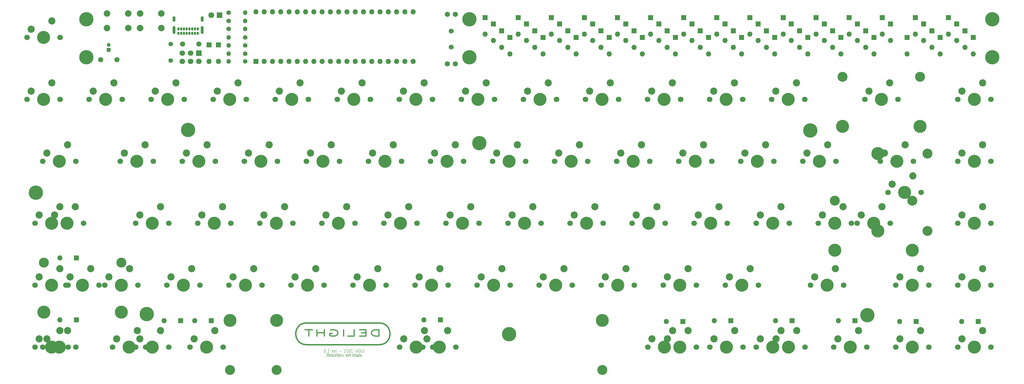
<source format=gbs>
G04 #@! TF.GenerationSoftware,KiCad,Pcbnew,(5.1.9)-1*
G04 #@! TF.CreationDate,2021-07-01T11:49:59-04:00*
G04 #@! TF.ProjectId,delight-pcb,64656c69-6768-4742-9d70-63622e6b6963,rev?*
G04 #@! TF.SameCoordinates,Original*
G04 #@! TF.FileFunction,Soldermask,Bot*
G04 #@! TF.FilePolarity,Negative*
%FSLAX46Y46*%
G04 Gerber Fmt 4.6, Leading zero omitted, Abs format (unit mm)*
G04 Created by KiCad (PCBNEW (5.1.9)-1) date 2021-07-01 11:49:59*
%MOMM*%
%LPD*%
G01*
G04 APERTURE LIST*
%ADD10C,0.125000*%
%ADD11C,0.350000*%
%ADD12C,0.400000*%
%ADD13C,4.400000*%
%ADD14O,1.600000X1.600000*%
%ADD15R,1.600000X1.600000*%
%ADD16C,1.700000*%
%ADD17C,4.000000*%
%ADD18C,2.200000*%
%ADD19C,1.500000*%
%ADD20R,1.800000X1.800000*%
%ADD21C,1.800000*%
%ADD22C,1.600000*%
%ADD23C,1.200000*%
%ADD24R,1.200000X1.200000*%
%ADD25C,3.050000*%
%ADD26C,1.400000*%
%ADD27O,1.400000X1.400000*%
%ADD28R,1.700000X1.700000*%
%ADD29O,0.900000X1.700000*%
%ADD30O,0.900000X2.400000*%
%ADD31O,0.650000X1.000000*%
%ADD32C,2.000000*%
%ADD33C,3.048000*%
%ADD34C,3.987800*%
G04 APERTURE END LIST*
D10*
X160683758Y-173858180D02*
X160683758Y-173334371D01*
X160707568Y-173239133D01*
X160755187Y-173191514D01*
X160850425Y-173191514D01*
X160898044Y-173239133D01*
X160683758Y-173810561D02*
X160731377Y-173858180D01*
X160850425Y-173858180D01*
X160898044Y-173810561D01*
X160921854Y-173715323D01*
X160921854Y-173620085D01*
X160898044Y-173524847D01*
X160850425Y-173477228D01*
X160731377Y-173477228D01*
X160683758Y-173429609D01*
X160231377Y-173858180D02*
X160231377Y-172858180D01*
X160231377Y-173810561D02*
X160278997Y-173858180D01*
X160374235Y-173858180D01*
X160421854Y-173810561D01*
X160445663Y-173762942D01*
X160469473Y-173667704D01*
X160469473Y-173381990D01*
X160445663Y-173286752D01*
X160421854Y-173239133D01*
X160374235Y-173191514D01*
X160278997Y-173191514D01*
X160231377Y-173239133D01*
X159778997Y-173858180D02*
X159778997Y-173334371D01*
X159802806Y-173239133D01*
X159850425Y-173191514D01*
X159945663Y-173191514D01*
X159993282Y-173239133D01*
X159778997Y-173810561D02*
X159826616Y-173858180D01*
X159945663Y-173858180D01*
X159993282Y-173810561D01*
X160017092Y-173715323D01*
X160017092Y-173620085D01*
X159993282Y-173524847D01*
X159945663Y-173477228D01*
X159826616Y-173477228D01*
X159778997Y-173429609D01*
X159540901Y-173191514D02*
X159540901Y-174191514D01*
X159540901Y-173239133D02*
X159493282Y-173191514D01*
X159398044Y-173191514D01*
X159350425Y-173239133D01*
X159326616Y-173286752D01*
X159302806Y-173381990D01*
X159302806Y-173667704D01*
X159326616Y-173762942D01*
X159350425Y-173810561D01*
X159398044Y-173858180D01*
X159493282Y-173858180D01*
X159540901Y-173810561D01*
X159159949Y-173191514D02*
X158969473Y-173191514D01*
X159088520Y-172858180D02*
X159088520Y-173715323D01*
X159064711Y-173810561D01*
X159017092Y-173858180D01*
X158969473Y-173858180D01*
X158612330Y-173810561D02*
X158659949Y-173858180D01*
X158755187Y-173858180D01*
X158802806Y-173810561D01*
X158826616Y-173715323D01*
X158826616Y-173334371D01*
X158802806Y-173239133D01*
X158755187Y-173191514D01*
X158659949Y-173191514D01*
X158612330Y-173239133D01*
X158588520Y-173334371D01*
X158588520Y-173429609D01*
X158826616Y-173524847D01*
X158159949Y-173858180D02*
X158159949Y-172858180D01*
X158159949Y-173810561D02*
X158207568Y-173858180D01*
X158302806Y-173858180D01*
X158350425Y-173810561D01*
X158374235Y-173762942D01*
X158398044Y-173667704D01*
X158398044Y-173381990D01*
X158374235Y-173286752D01*
X158350425Y-173239133D01*
X158302806Y-173191514D01*
X158207568Y-173191514D01*
X158159949Y-173239133D01*
X157612330Y-173191514D02*
X157421854Y-173191514D01*
X157540901Y-173858180D02*
X157540901Y-173001038D01*
X157517092Y-172905800D01*
X157469473Y-172858180D01*
X157421854Y-172858180D01*
X157255187Y-173858180D02*
X157255187Y-173191514D01*
X157255187Y-173381990D02*
X157231377Y-173286752D01*
X157207568Y-173239133D01*
X157159949Y-173191514D01*
X157112330Y-173191514D01*
X156874235Y-173858180D02*
X156921854Y-173810561D01*
X156945663Y-173762942D01*
X156969473Y-173667704D01*
X156969473Y-173381990D01*
X156945663Y-173286752D01*
X156921854Y-173239133D01*
X156874235Y-173191514D01*
X156802806Y-173191514D01*
X156755187Y-173239133D01*
X156731377Y-173286752D01*
X156707568Y-173381990D01*
X156707568Y-173667704D01*
X156731377Y-173762942D01*
X156755187Y-173810561D01*
X156802806Y-173858180D01*
X156874235Y-173858180D01*
X156493282Y-173858180D02*
X156493282Y-173191514D01*
X156493282Y-173286752D02*
X156469473Y-173239133D01*
X156421854Y-173191514D01*
X156350425Y-173191514D01*
X156302806Y-173239133D01*
X156278997Y-173334371D01*
X156278997Y-173858180D01*
X156278997Y-173334371D02*
X156255187Y-173239133D01*
X156207568Y-173191514D01*
X156136139Y-173191514D01*
X156088520Y-173239133D01*
X156064711Y-173334371D01*
X156064711Y-173858180D01*
X155231377Y-173810561D02*
X155278997Y-173858180D01*
X155374235Y-173858180D01*
X155421854Y-173810561D01*
X155445663Y-173762942D01*
X155469473Y-173667704D01*
X155469473Y-173381990D01*
X155445663Y-173286752D01*
X155421854Y-173239133D01*
X155374235Y-173191514D01*
X155278997Y-173191514D01*
X155231377Y-173239133D01*
X154945663Y-173858180D02*
X154993282Y-173810561D01*
X155017092Y-173762942D01*
X155040901Y-173667704D01*
X155040901Y-173381990D01*
X155017092Y-173286752D01*
X154993282Y-173239133D01*
X154945663Y-173191514D01*
X154874235Y-173191514D01*
X154826616Y-173239133D01*
X154802806Y-173286752D01*
X154778997Y-173381990D01*
X154778997Y-173667704D01*
X154802806Y-173762942D01*
X154826616Y-173810561D01*
X154874235Y-173858180D01*
X154945663Y-173858180D01*
X154588520Y-173810561D02*
X154540901Y-173858180D01*
X154445663Y-173858180D01*
X154398044Y-173810561D01*
X154374235Y-173715323D01*
X154374235Y-173667704D01*
X154398044Y-173572466D01*
X154445663Y-173524847D01*
X154517092Y-173524847D01*
X154564711Y-173477228D01*
X154588520Y-173381990D01*
X154588520Y-173334371D01*
X154564711Y-173239133D01*
X154517092Y-173191514D01*
X154445663Y-173191514D01*
X154398044Y-173239133D01*
X153969473Y-173810561D02*
X154017092Y-173858180D01*
X154112330Y-173858180D01*
X154159949Y-173810561D01*
X154183758Y-173715323D01*
X154183758Y-173334371D01*
X154159949Y-173239133D01*
X154112330Y-173191514D01*
X154017092Y-173191514D01*
X153969473Y-173239133D01*
X153945663Y-173334371D01*
X153945663Y-173429609D01*
X154183758Y-173524847D01*
X153778997Y-173191514D02*
X153659949Y-173858180D01*
X153540901Y-173191514D02*
X153659949Y-173858180D01*
X153707568Y-174096276D01*
X153731377Y-174143895D01*
X153778997Y-174191514D01*
X153421854Y-173191514D02*
X153231377Y-173191514D01*
X153350425Y-173858180D02*
X153350425Y-173001038D01*
X153326616Y-172905800D01*
X153278997Y-172858180D01*
X153231377Y-172858180D01*
X152850425Y-173858180D02*
X152850425Y-173334371D01*
X152874235Y-173239133D01*
X152921854Y-173191514D01*
X153017092Y-173191514D01*
X153064711Y-173239133D01*
X152850425Y-173810561D02*
X152898044Y-173858180D01*
X153017092Y-173858180D01*
X153064711Y-173810561D01*
X153088520Y-173715323D01*
X153088520Y-173620085D01*
X153064711Y-173524847D01*
X153017092Y-173477228D01*
X152898044Y-173477228D01*
X152850425Y-173429609D01*
X152612330Y-173191514D02*
X152612330Y-173858180D01*
X152612330Y-173286752D02*
X152588520Y-173239133D01*
X152540901Y-173191514D01*
X152469473Y-173191514D01*
X152421854Y-173239133D01*
X152398044Y-173334371D01*
X152398044Y-173858180D01*
X152159949Y-173191514D02*
X152159949Y-173858180D01*
X152159949Y-173286752D02*
X152136139Y-173239133D01*
X152088520Y-173191514D01*
X152017092Y-173191514D01*
X151969473Y-173239133D01*
X151945663Y-173334371D01*
X151945663Y-173858180D01*
X151707568Y-173858180D02*
X151707568Y-173191514D01*
X151707568Y-172858180D02*
X151731377Y-172905800D01*
X151707568Y-172953419D01*
X151683758Y-172905800D01*
X151707568Y-172858180D01*
X151707568Y-172953419D01*
X151540901Y-173191514D02*
X151350425Y-173191514D01*
X151469473Y-172858180D02*
X151469473Y-173715323D01*
X151445663Y-173810561D01*
X151398044Y-173858180D01*
X151350425Y-173858180D01*
X150969473Y-173191514D02*
X150969473Y-173858180D01*
X151183758Y-173191514D02*
X151183758Y-173715323D01*
X151159949Y-173810561D01*
X151112330Y-173858180D01*
X151040901Y-173858180D01*
X150993282Y-173810561D01*
X150969473Y-173762942D01*
X150802806Y-173191514D02*
X150612330Y-173191514D01*
X150731377Y-172858180D02*
X150731377Y-173715323D01*
X150707568Y-173810561D01*
X150659949Y-173858180D01*
X150612330Y-173858180D01*
X150517092Y-173191514D02*
X150326616Y-173191514D01*
X150445663Y-172858180D02*
X150445663Y-173715323D01*
X150421854Y-173810561D01*
X150374235Y-173858180D01*
X150326616Y-173858180D01*
X150159949Y-173858180D02*
X150159949Y-173191514D01*
X150159949Y-172858180D02*
X150183758Y-172905800D01*
X150159949Y-172953419D01*
X150136139Y-172905800D01*
X150159949Y-172858180D01*
X150159949Y-172953419D01*
X161493282Y-172588180D02*
X161564711Y-172540561D01*
X161600425Y-172445323D01*
X161600425Y-171588180D01*
X161100425Y-172588180D02*
X161171854Y-172540561D01*
X161207568Y-172492942D01*
X161243282Y-172397704D01*
X161243282Y-172111990D01*
X161207568Y-172016752D01*
X161171854Y-171969133D01*
X161100425Y-171921514D01*
X160993282Y-171921514D01*
X160921854Y-171969133D01*
X160886139Y-172016752D01*
X160850425Y-172111990D01*
X160850425Y-172397704D01*
X160886139Y-172492942D01*
X160921854Y-172540561D01*
X160993282Y-172588180D01*
X161100425Y-172588180D01*
X160636139Y-171921514D02*
X160350425Y-171921514D01*
X160528997Y-171588180D02*
X160528997Y-172445323D01*
X160493282Y-172540561D01*
X160421854Y-172588180D01*
X160350425Y-172588180D01*
X160100425Y-172588180D02*
X160100425Y-171921514D01*
X160100425Y-171588180D02*
X160136139Y-171635800D01*
X160100425Y-171683419D01*
X160064711Y-171635800D01*
X160100425Y-171588180D01*
X160100425Y-171683419D01*
X159457568Y-172540561D02*
X159528997Y-172588180D01*
X159671854Y-172588180D01*
X159743282Y-172540561D01*
X159778997Y-172445323D01*
X159778997Y-172064371D01*
X159743282Y-171969133D01*
X159671854Y-171921514D01*
X159528997Y-171921514D01*
X159457568Y-171969133D01*
X159421854Y-172064371D01*
X159421854Y-172159609D01*
X159778997Y-172254847D01*
X159100425Y-172588180D02*
X159100425Y-171921514D01*
X159100425Y-172111990D02*
X159064711Y-172016752D01*
X159028997Y-171969133D01*
X158957568Y-171921514D01*
X158886139Y-171921514D01*
X158100425Y-171683419D02*
X158064711Y-171635800D01*
X157993282Y-171588180D01*
X157814711Y-171588180D01*
X157743282Y-171635800D01*
X157707568Y-171683419D01*
X157671854Y-171778657D01*
X157671854Y-171873895D01*
X157707568Y-172016752D01*
X158136139Y-172588180D01*
X157671854Y-172588180D01*
X157207568Y-171588180D02*
X157136139Y-171588180D01*
X157064711Y-171635800D01*
X157028997Y-171683419D01*
X156993282Y-171778657D01*
X156957568Y-171969133D01*
X156957568Y-172207228D01*
X156993282Y-172397704D01*
X157028997Y-172492942D01*
X157064711Y-172540561D01*
X157136139Y-172588180D01*
X157207568Y-172588180D01*
X157278997Y-172540561D01*
X157314711Y-172492942D01*
X157350425Y-172397704D01*
X157386139Y-172207228D01*
X157386139Y-171969133D01*
X157350425Y-171778657D01*
X157314711Y-171683419D01*
X157278997Y-171635800D01*
X157207568Y-171588180D01*
X156671854Y-171683419D02*
X156636139Y-171635800D01*
X156564711Y-171588180D01*
X156386139Y-171588180D01*
X156314711Y-171635800D01*
X156278997Y-171683419D01*
X156243282Y-171778657D01*
X156243282Y-171873895D01*
X156278997Y-172016752D01*
X156707568Y-172588180D01*
X156243282Y-172588180D01*
X155528997Y-172588180D02*
X155957568Y-172588180D01*
X155743282Y-172588180D02*
X155743282Y-171588180D01*
X155814711Y-171731038D01*
X155886139Y-171826276D01*
X155957568Y-171873895D01*
X154636139Y-172207228D02*
X154064711Y-172207228D01*
X153136139Y-172588180D02*
X153136139Y-171921514D01*
X153136139Y-172111990D02*
X153100425Y-172016752D01*
X153064711Y-171969133D01*
X152993282Y-171921514D01*
X152921854Y-171921514D01*
X152386139Y-172540561D02*
X152457568Y-172588180D01*
X152600425Y-172588180D01*
X152671854Y-172540561D01*
X152707568Y-172445323D01*
X152707568Y-172064371D01*
X152671854Y-171969133D01*
X152600425Y-171921514D01*
X152457568Y-171921514D01*
X152386139Y-171969133D01*
X152350425Y-172064371D01*
X152350425Y-172159609D01*
X152707568Y-172254847D01*
X152100425Y-171921514D02*
X151921854Y-172588180D01*
X151743282Y-171921514D01*
X150493282Y-172588180D02*
X150921854Y-172588180D01*
X150707568Y-172588180D02*
X150707568Y-171588180D01*
X150778997Y-171731038D01*
X150850425Y-171826276D01*
X150921854Y-171873895D01*
X150171854Y-172492942D02*
X150136139Y-172540561D01*
X150171854Y-172588180D01*
X150207568Y-172540561D01*
X150171854Y-172492942D01*
X150171854Y-172588180D01*
X149671854Y-171588180D02*
X149600425Y-171588180D01*
X149528997Y-171635800D01*
X149493282Y-171683419D01*
X149457568Y-171778657D01*
X149421854Y-171969133D01*
X149421854Y-172207228D01*
X149457568Y-172397704D01*
X149493282Y-172492942D01*
X149528997Y-172540561D01*
X149600425Y-172588180D01*
X149671854Y-172588180D01*
X149743282Y-172540561D01*
X149778997Y-172492942D01*
X149814711Y-172397704D01*
X149850425Y-172207228D01*
X149850425Y-171969133D01*
X149814711Y-171778657D01*
X149778997Y-171683419D01*
X149743282Y-171635800D01*
X149671854Y-171588180D01*
D11*
X166242763Y-167586971D02*
X166242763Y-165586971D01*
X165290382Y-165586971D01*
X164718953Y-165682210D01*
X164338001Y-165872686D01*
X164147524Y-166063162D01*
X163957048Y-166444114D01*
X163957048Y-166729829D01*
X164147524Y-167110781D01*
X164338001Y-167301257D01*
X164718953Y-167491733D01*
X165290382Y-167586971D01*
X166242763Y-167586971D01*
X162242763Y-166539352D02*
X160909429Y-166539352D01*
X160338001Y-167586971D02*
X162242763Y-167586971D01*
X162242763Y-165586971D01*
X160338001Y-165586971D01*
X156718953Y-167586971D02*
X158623715Y-167586971D01*
X158623715Y-165586971D01*
X155385620Y-167586971D02*
X155385620Y-165586971D01*
X151385620Y-165682210D02*
X151766572Y-165586971D01*
X152338001Y-165586971D01*
X152909429Y-165682210D01*
X153290382Y-165872686D01*
X153480858Y-166063162D01*
X153671334Y-166444114D01*
X153671334Y-166729829D01*
X153480858Y-167110781D01*
X153290382Y-167301257D01*
X152909429Y-167491733D01*
X152338001Y-167586971D01*
X151957048Y-167586971D01*
X151385620Y-167491733D01*
X151195144Y-167396495D01*
X151195144Y-166729829D01*
X151957048Y-166729829D01*
X149480858Y-167586971D02*
X149480858Y-165586971D01*
X149480858Y-166539352D02*
X147195144Y-166539352D01*
X147195144Y-167586971D02*
X147195144Y-165586971D01*
X145861810Y-165586971D02*
X143576096Y-165586971D01*
X144718953Y-167586971D02*
X144718953Y-165586971D01*
D12*
X166305144Y-163522210D02*
X144025144Y-163522210D01*
X166325144Y-170202210D02*
X144025144Y-170202210D01*
X166335144Y-170202210D02*
G75*
G03*
X166335144Y-163522210I0J3340000D01*
G01*
X144035144Y-163522210D02*
G75*
G03*
X144035144Y-170202210I0J-3340000D01*
G01*
D13*
X354584000Y-81788000D03*
X354584000Y-70104000D03*
X194056000Y-81788000D03*
X76454000Y-70104000D03*
X76454000Y-81788000D03*
D14*
X328422000Y-80772000D03*
D15*
X328422000Y-75692000D03*
D14*
X128524000Y-67818000D03*
X176784000Y-83058000D03*
X131064000Y-67818000D03*
X174244000Y-83058000D03*
X133604000Y-67818000D03*
X171704000Y-83058000D03*
X136144000Y-67818000D03*
X169164000Y-83058000D03*
X138684000Y-67818000D03*
X166624000Y-83058000D03*
X141224000Y-67818000D03*
X164084000Y-83058000D03*
X143764000Y-67818000D03*
X161544000Y-83058000D03*
X146304000Y-67818000D03*
X159004000Y-83058000D03*
X148844000Y-67818000D03*
X156464000Y-83058000D03*
X151384000Y-67818000D03*
X153924000Y-83058000D03*
X153924000Y-67818000D03*
X151384000Y-83058000D03*
X156464000Y-67818000D03*
X148844000Y-83058000D03*
X159004000Y-67818000D03*
X146304000Y-83058000D03*
X161544000Y-67818000D03*
X143764000Y-83058000D03*
X164084000Y-67818000D03*
X141224000Y-83058000D03*
X166624000Y-67818000D03*
X138684000Y-83058000D03*
X169164000Y-67818000D03*
X136144000Y-83058000D03*
X171704000Y-67818000D03*
X133604000Y-83058000D03*
X174244000Y-67818000D03*
X131064000Y-83058000D03*
X176784000Y-67818000D03*
D15*
X128524000Y-83058000D03*
D16*
X68421250Y-75692000D03*
X58261250Y-75692000D03*
D17*
X63341250Y-75692000D03*
D18*
X59531250Y-73152000D03*
X65881250Y-70612000D03*
D19*
X188468000Y-78650000D03*
X188468000Y-73770000D03*
D14*
X211582000Y-76676000D03*
D15*
X211582000Y-71596000D03*
D14*
X214122000Y-78740000D03*
D15*
X214122000Y-73660000D03*
D14*
X216662000Y-80772000D03*
D15*
X216662000Y-75692000D03*
D14*
X203962000Y-78740000D03*
D15*
X203962000Y-73660000D03*
D14*
X201422000Y-76676000D03*
D15*
X201422000Y-71596000D03*
D14*
X206502000Y-80772000D03*
D15*
X206502000Y-75692000D03*
D16*
X73183750Y-113823750D03*
X63023750Y-113823750D03*
D17*
X68103750Y-113823750D03*
D18*
X64293750Y-111283750D03*
X70643750Y-108743750D03*
D20*
X117348000Y-68834000D03*
D21*
X114808000Y-68834000D03*
D18*
X237331250Y-89693750D03*
X230981250Y-92233750D03*
D17*
X234791250Y-94773750D03*
D16*
X229711250Y-94773750D03*
X239871250Y-94773750D03*
D13*
X60960000Y-123444000D03*
D18*
X123031250Y-89693750D03*
X116681250Y-92233750D03*
D17*
X120491250Y-94773750D03*
D16*
X115411250Y-94773750D03*
X125571250Y-94773750D03*
D14*
X209042000Y-74676000D03*
D15*
X209042000Y-69596000D03*
D14*
X68326000Y-143510000D03*
D15*
X73406000Y-143510000D03*
D14*
X219202000Y-74676000D03*
D15*
X219202000Y-69596000D03*
D14*
X229362000Y-74676000D03*
D15*
X229362000Y-69596000D03*
D14*
X221742000Y-76676000D03*
D15*
X221742000Y-71596000D03*
D14*
X231902000Y-76676000D03*
D15*
X231902000Y-71596000D03*
D14*
X224282000Y-78740000D03*
D15*
X224282000Y-73660000D03*
D14*
X100330000Y-162814000D03*
D15*
X105410000Y-162814000D03*
D14*
X226822000Y-80772000D03*
D15*
X226822000Y-75692000D03*
X198882000Y-69596000D03*
D14*
X198882000Y-74676000D03*
D22*
X110998000Y-77724000D03*
X105998000Y-77724000D03*
X85852000Y-82550000D03*
X80852000Y-82550000D03*
D23*
X83274214Y-78002000D03*
D24*
X83274214Y-79502000D03*
D22*
X187218000Y-68580000D03*
X189718000Y-68580000D03*
X187218000Y-83820000D03*
X189718000Y-83820000D03*
D18*
X68262500Y-146843750D03*
X61912500Y-149383750D03*
D17*
X65722500Y-151923750D03*
D16*
X60642500Y-151923750D03*
X70802500Y-151923750D03*
D18*
X308768750Y-127793750D03*
X302418750Y-130333750D03*
D17*
X306228750Y-132873750D03*
D16*
X301148750Y-132873750D03*
X311308750Y-132873750D03*
D18*
X330200000Y-118268750D03*
X323850000Y-120808750D03*
D17*
X327660000Y-123348750D03*
D16*
X322580000Y-123348750D03*
X332740000Y-123348750D03*
D17*
X319420000Y-135248750D03*
D25*
X334660000Y-111448750D03*
X334660000Y-135248750D03*
D17*
X319420000Y-111448750D03*
D18*
X89693750Y-146843750D03*
X83343750Y-149383750D03*
D17*
X87153750Y-151923750D03*
D16*
X82073750Y-151923750D03*
X92233750Y-151923750D03*
D18*
X275466206Y-165893750D03*
X269116206Y-168433750D03*
D17*
X272926206Y-170973750D03*
D16*
X267846206Y-170973750D03*
X278006206Y-170973750D03*
D18*
X256410884Y-165883620D03*
X250060884Y-168423620D03*
D17*
X253870884Y-170963620D03*
D16*
X248790884Y-170963620D03*
X258950884Y-170963620D03*
D26*
X125180316Y-80678982D03*
D27*
X120100316Y-80678982D03*
D26*
X125180316Y-78185517D03*
D27*
X120100316Y-78185517D03*
D26*
X125180316Y-75692052D03*
D27*
X120100316Y-75692052D03*
D26*
X120100316Y-73120211D03*
D27*
X125180316Y-73120211D03*
D26*
X120100316Y-70600499D03*
D27*
X125180316Y-70600499D03*
D26*
X120100316Y-68107034D03*
D27*
X125180316Y-68107034D03*
D26*
X125180316Y-83058000D03*
D27*
X120100316Y-83058000D03*
D13*
X194056000Y-70104000D03*
D16*
X292280128Y-170973750D03*
X282120128Y-170973750D03*
D17*
X287200128Y-170973750D03*
D18*
X283390128Y-168433750D03*
X289740128Y-165893750D03*
D16*
X263723936Y-170973750D03*
X253563936Y-170973750D03*
D17*
X258643936Y-170973750D03*
D18*
X254833936Y-168433750D03*
X261183936Y-165893750D03*
X180207573Y-165901640D03*
X173857573Y-168441640D03*
D17*
X177667573Y-170981640D03*
D16*
X172587573Y-170981640D03*
X182747573Y-170981640D03*
X101783031Y-170969819D03*
X91623031Y-170969819D03*
D17*
X96703031Y-170969819D03*
D18*
X92893031Y-168429819D03*
X99243031Y-165889819D03*
D16*
X73183700Y-170963620D03*
X63023700Y-170963620D03*
D17*
X68103700Y-170963620D03*
D18*
X64293700Y-168423620D03*
X70643700Y-165883620D03*
X68262500Y-127783620D03*
X61912500Y-130323620D03*
D17*
X65722500Y-132863620D03*
D16*
X60642500Y-132863620D03*
X70802500Y-132863620D03*
X105918000Y-83058000D03*
X105918000Y-80518000D03*
X108458000Y-83058000D03*
X108458000Y-80518000D03*
X110998000Y-83058000D03*
D28*
X110998000Y-80518000D03*
D18*
X323056250Y-89693750D03*
X316706250Y-92233750D03*
D17*
X320516250Y-94773750D03*
D16*
X315436250Y-94773750D03*
X325596250Y-94773750D03*
D17*
X332416250Y-103013750D03*
X308616250Y-103013750D03*
D25*
X308616250Y-87773750D03*
X332416250Y-87773750D03*
X330035250Y-125873750D03*
X306235250Y-125873750D03*
D17*
X306235250Y-141113750D03*
X330035250Y-141113750D03*
D16*
X323215250Y-132873750D03*
X313055250Y-132873750D03*
D17*
X318135250Y-132873750D03*
D18*
X314325250Y-130333750D03*
X320675250Y-127793750D03*
D25*
X87147450Y-144923750D03*
X63347450Y-144923750D03*
D17*
X63347450Y-160163750D03*
X87147450Y-160163750D03*
D16*
X80327450Y-151923750D03*
X70167450Y-151923750D03*
D17*
X75247450Y-151923750D03*
D18*
X71437450Y-149383750D03*
X77787450Y-146843750D03*
X68262450Y-165883620D03*
X61912450Y-168423620D03*
D17*
X65722450Y-170963620D03*
D16*
X60642450Y-170963620D03*
X70802450Y-170963620D03*
D18*
X92075050Y-165893750D03*
X85725050Y-168433750D03*
D17*
X89535050Y-170973750D03*
D16*
X84455050Y-170973750D03*
X94615050Y-170973750D03*
D18*
X115887450Y-165883620D03*
X109537450Y-168423620D03*
D17*
X113347450Y-170963620D03*
D16*
X108267450Y-170963620D03*
X118427450Y-170963620D03*
D18*
X73025050Y-127783620D03*
X66675050Y-130323620D03*
D17*
X70485050Y-132863620D03*
D16*
X65405050Y-132863620D03*
X75565050Y-132863620D03*
D18*
X306387250Y-146843750D03*
X300037250Y-149383750D03*
D17*
X303847250Y-151923750D03*
D16*
X298767250Y-151923750D03*
X308927250Y-151923750D03*
X330358250Y-113823750D03*
X320198250Y-113823750D03*
D17*
X325278250Y-113823750D03*
D18*
X321468250Y-111283750D03*
X327818250Y-108743750D03*
X294481250Y-89693750D03*
X288131250Y-92233750D03*
D17*
X291941250Y-94773750D03*
D16*
X286861250Y-94773750D03*
X297021250Y-94773750D03*
D18*
X132556250Y-108743750D03*
X126206250Y-111283750D03*
D17*
X130016250Y-113823750D03*
D16*
X124936250Y-113823750D03*
X135096250Y-113823750D03*
D18*
X65881250Y-89693750D03*
X59531250Y-92233750D03*
D17*
X63341250Y-94773750D03*
D16*
X58261250Y-94773750D03*
X68421250Y-94773750D03*
D18*
X84931250Y-89693750D03*
X78581250Y-92233750D03*
D17*
X82391250Y-94773750D03*
D16*
X77311250Y-94773750D03*
X87471250Y-94773750D03*
D18*
X103981250Y-89693750D03*
X97631250Y-92233750D03*
D17*
X101441250Y-94773750D03*
D16*
X96361250Y-94773750D03*
X106521250Y-94773750D03*
D18*
X142081250Y-89693750D03*
X135731250Y-92233750D03*
D17*
X139541250Y-94773750D03*
D16*
X134461250Y-94773750D03*
X144621250Y-94773750D03*
D18*
X161131250Y-89693750D03*
X154781250Y-92233750D03*
D17*
X158591250Y-94773750D03*
D16*
X153511250Y-94773750D03*
X163671250Y-94773750D03*
D18*
X180181250Y-89693750D03*
X173831250Y-92233750D03*
D17*
X177641250Y-94773750D03*
D16*
X172561250Y-94773750D03*
X182721250Y-94773750D03*
D18*
X199231250Y-89693750D03*
X192881250Y-92233750D03*
D17*
X196691250Y-94773750D03*
D16*
X191611250Y-94773750D03*
X201771250Y-94773750D03*
D18*
X218281250Y-89693750D03*
X211931250Y-92233750D03*
D17*
X215741250Y-94773750D03*
D16*
X210661250Y-94773750D03*
X220821250Y-94773750D03*
D18*
X256381250Y-89693750D03*
X250031250Y-92233750D03*
D17*
X253841250Y-94773750D03*
D16*
X248761250Y-94773750D03*
X258921250Y-94773750D03*
D18*
X275431250Y-89693750D03*
X269081250Y-92233750D03*
D17*
X272891250Y-94773750D03*
D16*
X267811250Y-94773750D03*
X277971250Y-94773750D03*
D18*
X351631250Y-89693750D03*
X345281250Y-92233750D03*
D17*
X349091250Y-94773750D03*
D16*
X344011250Y-94773750D03*
X354171250Y-94773750D03*
D18*
X94456250Y-108743750D03*
X88106250Y-111283750D03*
D17*
X91916250Y-113823750D03*
D16*
X86836250Y-113823750D03*
X96996250Y-113823750D03*
D18*
X113506250Y-108743750D03*
X107156250Y-111283750D03*
D17*
X110966250Y-113823750D03*
D16*
X105886250Y-113823750D03*
X116046250Y-113823750D03*
D18*
X151606250Y-108743750D03*
X145256250Y-111283750D03*
D17*
X149066250Y-113823750D03*
D16*
X143986250Y-113823750D03*
X154146250Y-113823750D03*
D18*
X170656250Y-108743750D03*
X164306250Y-111283750D03*
D17*
X168116250Y-113823750D03*
D16*
X163036250Y-113823750D03*
X173196250Y-113823750D03*
D18*
X189706250Y-108743750D03*
X183356250Y-111283750D03*
D17*
X187166250Y-113823750D03*
D16*
X182086250Y-113823750D03*
X192246250Y-113823750D03*
D18*
X208756250Y-108743750D03*
X202406250Y-111283750D03*
D17*
X206216250Y-113823750D03*
D16*
X201136250Y-113823750D03*
X211296250Y-113823750D03*
D18*
X227806250Y-108743750D03*
X221456250Y-111283750D03*
D17*
X225266250Y-113823750D03*
D16*
X220186250Y-113823750D03*
X230346250Y-113823750D03*
D18*
X246856250Y-108743750D03*
X240506250Y-111283750D03*
D17*
X244316250Y-113823750D03*
D16*
X239236250Y-113823750D03*
X249396250Y-113823750D03*
D18*
X265906250Y-108743750D03*
X259556250Y-111283750D03*
D17*
X263366250Y-113823750D03*
D16*
X258286250Y-113823750D03*
X268446250Y-113823750D03*
D18*
X284956250Y-108743750D03*
X278606250Y-111283750D03*
D17*
X282416250Y-113823750D03*
D16*
X277336250Y-113823750D03*
X287496250Y-113823750D03*
D18*
X304006250Y-108743750D03*
X297656250Y-111283750D03*
D17*
X301466250Y-113823750D03*
D16*
X296386250Y-113823750D03*
X306546250Y-113823750D03*
D18*
X351631250Y-108743750D03*
X345281250Y-111283750D03*
D17*
X349091250Y-113823750D03*
D16*
X344011250Y-113823750D03*
X354171250Y-113823750D03*
D18*
X99218750Y-127793750D03*
X92868750Y-130333750D03*
D17*
X96678750Y-132873750D03*
D16*
X91598750Y-132873750D03*
X101758750Y-132873750D03*
D18*
X118268750Y-127793750D03*
X111918750Y-130333750D03*
D17*
X115728750Y-132873750D03*
D16*
X110648750Y-132873750D03*
X120808750Y-132873750D03*
D18*
X137318750Y-127793750D03*
X130968750Y-130333750D03*
D17*
X134778750Y-132873750D03*
D16*
X129698750Y-132873750D03*
X139858750Y-132873750D03*
D18*
X156368250Y-127793750D03*
X150018250Y-130333750D03*
D17*
X153828250Y-132873750D03*
D16*
X148748250Y-132873750D03*
X158908250Y-132873750D03*
D18*
X175418250Y-127793750D03*
X169068250Y-130333750D03*
D17*
X172878250Y-132873750D03*
D16*
X167798250Y-132873750D03*
X177958250Y-132873750D03*
D18*
X194468250Y-127793750D03*
X188118250Y-130333750D03*
D17*
X191928250Y-132873750D03*
D16*
X186848250Y-132873750D03*
X197008250Y-132873750D03*
D18*
X213518250Y-127793750D03*
X207168250Y-130333750D03*
D17*
X210978250Y-132873750D03*
D16*
X205898250Y-132873750D03*
X216058250Y-132873750D03*
D18*
X232568250Y-127793750D03*
X226218250Y-130333750D03*
D17*
X230028250Y-132873750D03*
D16*
X224948250Y-132873750D03*
X235108250Y-132873750D03*
D18*
X251618250Y-127793750D03*
X245268250Y-130333750D03*
D17*
X249078250Y-132873750D03*
D16*
X243998250Y-132873750D03*
X254158250Y-132873750D03*
D18*
X270668250Y-127793750D03*
X264318250Y-130333750D03*
D17*
X268128250Y-132873750D03*
D16*
X263048250Y-132873750D03*
X273208250Y-132873750D03*
D18*
X289718250Y-127793750D03*
X283368250Y-130333750D03*
D17*
X287178250Y-132873750D03*
D16*
X282098250Y-132873750D03*
X292258250Y-132873750D03*
D18*
X351631250Y-127793750D03*
X345281250Y-130333750D03*
D17*
X349091250Y-132873750D03*
D16*
X344011250Y-132873750D03*
X354171250Y-132873750D03*
D18*
X108743750Y-146843750D03*
X102393750Y-149383750D03*
D17*
X106203750Y-151923750D03*
D16*
X101123750Y-151923750D03*
X111283750Y-151923750D03*
D18*
X127793750Y-146843750D03*
X121443750Y-149383750D03*
D17*
X125253750Y-151923750D03*
D16*
X120173750Y-151923750D03*
X130333750Y-151923750D03*
D18*
X146843750Y-146843750D03*
X140493750Y-149383750D03*
D17*
X144303750Y-151923750D03*
D16*
X139223750Y-151923750D03*
X149383750Y-151923750D03*
D18*
X165894250Y-146843750D03*
X159544250Y-149383750D03*
D17*
X163354250Y-151923750D03*
D16*
X158274250Y-151923750D03*
X168434250Y-151923750D03*
D18*
X184944250Y-146843750D03*
X178594250Y-149383750D03*
D17*
X182404250Y-151923750D03*
D16*
X177324250Y-151923750D03*
X187484250Y-151923750D03*
D18*
X203994250Y-146843750D03*
X197644250Y-149383750D03*
D17*
X201454250Y-151923750D03*
D16*
X196374250Y-151923750D03*
X206534250Y-151923750D03*
D18*
X223044250Y-146843750D03*
X216694250Y-149383750D03*
D17*
X220504250Y-151923750D03*
D16*
X215424250Y-151923750D03*
X225584250Y-151923750D03*
D18*
X242094250Y-146843750D03*
X235744250Y-149383750D03*
D17*
X239554250Y-151923750D03*
D16*
X234474250Y-151923750D03*
X244634250Y-151923750D03*
D18*
X261144250Y-146843750D03*
X254794250Y-149383750D03*
D17*
X258604250Y-151923750D03*
D16*
X253524250Y-151923750D03*
X263684250Y-151923750D03*
D18*
X280194250Y-146843750D03*
X273844250Y-149383750D03*
D17*
X277654250Y-151923750D03*
D16*
X272574250Y-151923750D03*
X282734250Y-151923750D03*
D18*
X332581250Y-146843750D03*
X326231250Y-149383750D03*
D17*
X330041250Y-151923750D03*
D16*
X324961250Y-151923750D03*
X335121250Y-151923750D03*
D18*
X351631250Y-146843750D03*
X345281250Y-149383750D03*
D17*
X349091250Y-151923750D03*
D16*
X344011250Y-151923750D03*
X354171250Y-151923750D03*
D18*
X187325250Y-165893750D03*
X180975250Y-168433750D03*
D17*
X184785250Y-170973750D03*
D16*
X179705250Y-170973750D03*
X189865250Y-170973750D03*
D18*
X313531250Y-165893750D03*
X307181250Y-168433750D03*
D17*
X310991250Y-170973750D03*
D16*
X305911250Y-170973750D03*
X316071250Y-170973750D03*
D18*
X332581250Y-165893750D03*
X326231250Y-168433750D03*
D17*
X330041250Y-170973750D03*
D16*
X324961250Y-170973750D03*
X335121250Y-170973750D03*
D18*
X351631250Y-165893750D03*
X345281250Y-168433750D03*
D17*
X349091250Y-170973750D03*
D16*
X344011250Y-170973750D03*
X354171250Y-170973750D03*
D18*
X294521528Y-165883620D03*
X288171528Y-168423620D03*
D17*
X291981528Y-170963620D03*
D16*
X286901528Y-170963620D03*
X297061528Y-170963620D03*
D29*
X103371000Y-70066000D03*
X112021000Y-70066000D03*
D30*
X103371000Y-73446000D03*
X112021000Y-73446000D03*
D31*
X104716000Y-73101000D03*
X105566000Y-73101000D03*
X106416000Y-73101000D03*
X107266000Y-73101000D03*
X108116000Y-73101000D03*
X108966000Y-73101000D03*
X109816000Y-73101000D03*
X110671000Y-73101000D03*
X104721000Y-74426000D03*
X105571000Y-74426000D03*
X106421000Y-74426000D03*
X107271000Y-74426000D03*
X108121000Y-74426000D03*
X109821000Y-74426000D03*
X110671000Y-74426000D03*
X108971000Y-74426000D03*
D26*
X102362000Y-82824000D03*
X102362000Y-77724000D03*
D32*
X92964000Y-72826000D03*
X92964000Y-68326000D03*
X99464000Y-72826000D03*
X99464000Y-68326000D03*
X82804000Y-72826000D03*
X82804000Y-68326000D03*
X89304000Y-72826000D03*
X89304000Y-68326000D03*
D14*
X239522000Y-74676000D03*
D15*
X239522000Y-69596000D03*
D14*
X249682000Y-74676000D03*
D15*
X249682000Y-69596000D03*
D14*
X259842000Y-74676000D03*
D15*
X259842000Y-69596000D03*
D14*
X270002000Y-74676000D03*
D15*
X270002000Y-69596000D03*
X280162000Y-69596000D03*
D14*
X280162000Y-74676000D03*
X290360736Y-74676000D03*
D15*
X290360736Y-69596000D03*
D14*
X300482000Y-74676000D03*
D15*
X300482000Y-69596000D03*
D14*
X310642000Y-74676000D03*
D15*
X310642000Y-69596000D03*
D14*
X320802000Y-74676000D03*
D15*
X320802000Y-69596000D03*
D14*
X330962000Y-74676000D03*
D15*
X330962000Y-69596000D03*
D14*
X341122000Y-74676000D03*
D15*
X341122000Y-69596000D03*
D14*
X242062000Y-76676000D03*
D15*
X242062000Y-71596000D03*
D14*
X252222000Y-76676000D03*
D15*
X252222000Y-71596000D03*
D14*
X262382000Y-76676000D03*
D15*
X262382000Y-71596000D03*
D14*
X272542000Y-76676000D03*
D15*
X272542000Y-71596000D03*
X282702000Y-71596000D03*
D14*
X282702000Y-76676000D03*
X292862000Y-76676000D03*
D15*
X292862000Y-71596000D03*
D14*
X303022000Y-76676000D03*
D15*
X303022000Y-71596000D03*
D14*
X313182000Y-76676000D03*
D15*
X313182000Y-71596000D03*
D14*
X323342000Y-76676000D03*
D15*
X323342000Y-71596000D03*
D14*
X333502000Y-76676000D03*
D15*
X333502000Y-71596000D03*
D14*
X343662000Y-76676000D03*
D15*
X343662000Y-71596000D03*
D14*
X234442000Y-78740000D03*
D15*
X234442000Y-73660000D03*
D14*
X244602000Y-78740000D03*
D15*
X244602000Y-73660000D03*
D14*
X254762000Y-78740000D03*
D15*
X254762000Y-73660000D03*
D14*
X264922000Y-78740000D03*
D15*
X264922000Y-73660000D03*
D14*
X275082000Y-78740000D03*
D15*
X275082000Y-73660000D03*
X285242000Y-73660000D03*
D14*
X285242000Y-78740000D03*
X295402000Y-78740000D03*
D15*
X295402000Y-73660000D03*
D14*
X305562000Y-78740000D03*
D15*
X305562000Y-73660000D03*
D14*
X315722000Y-78740000D03*
D15*
X315722000Y-73660000D03*
D14*
X336042000Y-78740000D03*
D15*
X336042000Y-73660000D03*
D14*
X346202000Y-78740000D03*
D15*
X346202000Y-73660000D03*
D14*
X236982000Y-80772000D03*
D15*
X236982000Y-75692000D03*
D14*
X247142000Y-80772000D03*
D15*
X247142000Y-75692000D03*
D14*
X257302000Y-80772000D03*
D15*
X257302000Y-75692000D03*
D14*
X267462000Y-80772000D03*
D15*
X267462000Y-75692000D03*
D14*
X277622000Y-80772000D03*
D15*
X277622000Y-75692000D03*
X287782000Y-75692000D03*
D14*
X287782000Y-80772000D03*
X297942000Y-80772000D03*
D15*
X297942000Y-75692000D03*
D14*
X308102000Y-80772000D03*
D15*
X308102000Y-75692000D03*
D14*
X318262000Y-80772000D03*
D15*
X318262000Y-75692000D03*
D14*
X338582000Y-80772000D03*
D15*
X338582000Y-75692000D03*
D14*
X348742000Y-80772000D03*
D15*
X348742000Y-75692000D03*
D14*
X68326000Y-162560000D03*
D15*
X73406000Y-162560000D03*
D14*
X109728000Y-162814000D03*
D15*
X114808000Y-162814000D03*
D14*
X180086000Y-162560000D03*
D15*
X185166000Y-162560000D03*
D14*
X254508000Y-163068000D03*
D15*
X259588000Y-163068000D03*
D14*
X269240000Y-162814000D03*
D15*
X274320000Y-162814000D03*
D14*
X307340000Y-162814000D03*
D15*
X312420000Y-162814000D03*
D14*
X326136000Y-163068000D03*
D15*
X331216000Y-163068000D03*
D14*
X345186000Y-163068000D03*
D15*
X350266000Y-163068000D03*
D14*
X288036000Y-162814000D03*
D15*
X293116000Y-162814000D03*
X117010982Y-77988196D03*
D14*
X117010982Y-83068196D03*
D15*
X114141310Y-77988196D03*
D14*
X114141310Y-83068196D03*
D33*
X134811423Y-177966640D03*
X234811223Y-177966640D03*
D34*
X134811423Y-162726640D03*
X234811223Y-162726640D03*
X234817573Y-162726640D03*
X120517573Y-162726640D03*
D33*
X234817573Y-177966640D03*
X120517573Y-177966640D03*
D13*
X206213345Y-166958110D03*
X197104000Y-108204000D03*
X298671968Y-104302994D03*
X107696000Y-104140000D03*
X316230000Y-161146960D03*
X94996000Y-160782000D03*
M02*

</source>
